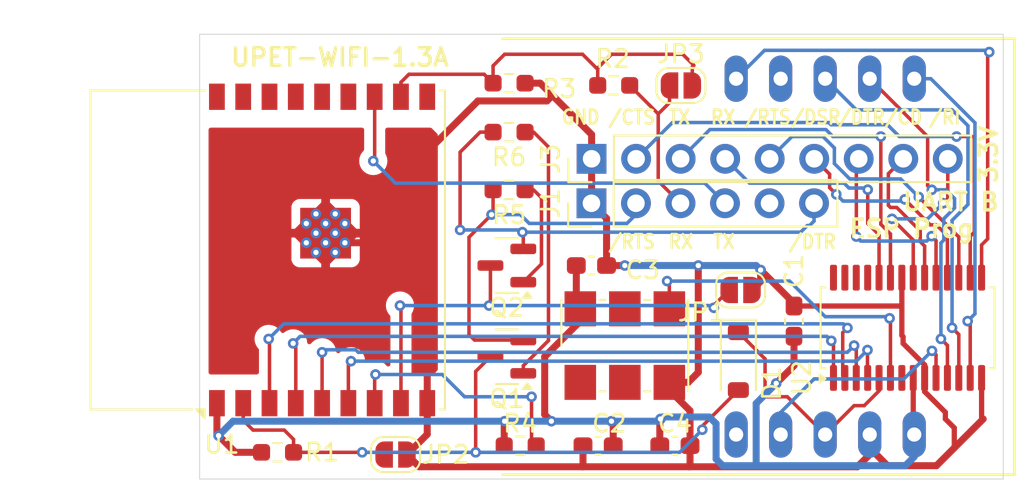
<source format=kicad_pcb>
(kicad_pcb (version 20240108) (generator "pcbnew") (generator_version "8.0")
  (layers (0 "F.Cu" signal) (31 "B.Cu" signal) (34 "B.Paste" user) (35 "F.Paste" user) (36 "B.SilkS" user "B.Silkscreen") (37 "F.SilkS" user "F.Silkscreen") (38 "B.Mask" user) (39 "F.Mask" user) (44 "Edge.Cuts" user))
  (net 0 "")
  (net 2 "Net-(U$1-SCK)")
  (net 3 "VCC")
  (net 4 "Net-(D1-A)")
  (net 5 "Net-(U$1-MISO)")
  (net 7 "Net-(U$1-INT)")
  (net 8 "GND")
  (net 9 "Net-(U$1-MOSI)")
  (net 10 "Net-(U$1-CS)")
  (net 11 "Net-(JP1-B)")
  (net 15 "Net-(D1-K)")
  (net 16 "Net-(J1-Pin_2)")
  (net 20 "/TXB")
  (net 21 "/RXB")
  (net 23 "/{slash}RTSB")
  (net 27 "/{slash}CTSB")
  (net 28 "Net-(U2-XTAL1)")
  (net 30 "Net-(J1-Pin_3)")
  (net 31 "Net-(J1-Pin_6)")
  (net 36 "/{slash}DTRB")
  (net 38 "/TXA")
  (net 39 "/RXA")
  (net 40 "/{slash}CTSA")
  (net 41 "/{slash}RTSA")
  (net 42 "/TXD")
  (net 43 "/RXD")
  (net 44 "Net-(U1-IO8)")
  (net 45 "/{slash}DSRB")
  (net 46 "/{slash}CDB")
  (net 47 "/{slash}RIB")
  (net 48 "Net-(Q1-B)")
  (net 49 "Net-(Q2-B)")
  (footprint "Resistor_SMD:R_0603_1608Metric_Pad0.98x0.95mm_HandSolder" (layer "F.Cu") (at 128.016 88.138 180)
    (property "Reference" "R6")
    (property "Value" "12k")
  )
  (footprint "Package_TO_SOT_SMD:SOT-23" (layer "F.Cu") (at 127.889 100.965 180)
    (property "Reference" "Q1")
    (property "Value" "S8050")
  )
  (footprint "UPET-Wifi:UPET_NETSPI" (layer "F.Cu") (at 135.89 95.25)
    (property "Reference" "U$1" (hide yes))
    (property "Value" "uPET NET SPI" (hide yes))
  )
  (footprint "Resistor_SMD:R_0603_1608Metric_Pad0.98x0.95mm_HandSolder" (layer "F.Cu") (at 128.651 106.045)
    (property "Reference" "R4")
    (property "Value" "10k")
  )
  (footprint "Connector_PinHeader_2.54mm:PinHeader_1x09_P2.54mm_Vertical" (layer "F.Cu") (at 132.725 89.662 90)
    (property "Reference" "J3")
    (property "Value" "Conn_01x09")
  )
  (footprint "Jumper:SolderJumper-2_P1.3mm_Open_RoundedPad1.0x1.5mm" (layer "F.Cu") (at 137.819 85.476)
    (property "Reference" "JP3")
    (property "Value" "SolderJumper_2_Open")
  )
  (footprint "Jumper:SolderJumper-2_P1.3mm_Open_RoundedPad1.0x1.5mm" (layer "F.Cu") (at 121.539 106.553 180)
    (property "Reference" "JP2")
    (property "Value" "SolderJumper_2_Open")
  )
  (footprint "Resistor_SMD:R_0603_1608Metric_Pad0.98x0.95mm_HandSolder" (layer "F.Cu") (at 114.808 106.426)
    (property "Reference" "R1")
    (property "Value" "10k")
  )
  (footprint "Package_TO_SOT_SMD:SOT-23" (layer "F.Cu") (at 127.889 95.758 180)
    (property "Reference" "Q2")
    (property "Value" "S8050")
  )
  (footprint "Capacitor_SMD:C_0603_1608Metric_Pad1.08x0.95mm_HandSolder" (layer "F.Cu") (at 144.272 98.933 90)
    (property "Reference" "C1")
    (property "Value" "0.1u")
  )
  (footprint "Connector_PinHeader_2.54mm:PinHeader_1x06_P2.54mm_Vertical" (layer "F.Cu") (at 132.715 92.202 90)
    (property "Reference" "J1")
    (property "Value" "Conn_01x06")
  )
  (footprint "Resistor_SMD:R_0603_1608Metric_Pad0.98x0.95mm_HandSolder" (layer "F.Cu") (at 128.016 91.44 180)
    (property "Reference" "R5")
    (property "Value" "12k")
  )
  (footprint "Capacitor_SMD:C_0603_1608Metric_Pad1.08x0.95mm_HandSolder" (layer "F.Cu") (at 137.4775 106.045)
    (property "Reference" "C4")
    (property "Value" "10u")
  )
  (footprint "Package_SO:TSSOP-28_4.4x9.7mm_P0.65mm" (layer "F.Cu") (at 150.749 99.314 90)
    (property "Reference" "U2")
    (property "Value" "SC16IS752IPW")
  )
  (footprint "Capacitor_SMD:C_0603_1608Metric_Pad1.08x0.95mm_HandSolder" (layer "F.Cu") (at 133.096 106.045 180)
    (property "Reference" "C2")
    (property "Value" "0.1u")
  )
  (footprint "Oscillator:Oscillator_SMD_IDT_JU6-6_7.0x5.0mm_P2.54mm" (layer "F.Cu") (at 134.62 100.33 90)
    (property "Reference" "U3" (hide yes))
    (property "Value" "1.8432 MHz" (hide yes))
  )
  (footprint "Diode_SMD:D_SOD-123" (layer "F.Cu") (at 141.097 101.219 -90)
    (property "Reference" "D1")
    (property "Value" "1N4148W")
  )
  (footprint "Jumper:SolderJumper-2_P1.3mm_Open_RoundedPad1.0x1.5mm" (layer "F.Cu") (at 141.224 97.155 180)
    (property "Reference" "JP1")
    (property "Value" "SolderJumper_2_Open" (hide yes))
  )
  (footprint "Resistor_SMD:R_0603_1608Metric_Pad0.98x0.95mm_HandSolder" (layer "F.Cu") (at 128.016 85.344)
    (property "Reference" "R3")
    (property "Value" "1k5")
  )
  (footprint "Resistor_SMD:R_0603_1608Metric_Pad0.98x0.95mm_HandSolder" (layer "F.Cu") (at 133.985 85.471)
    (property "Reference" "R2")
    (property "Value" "1k")
  )
  (footprint "Capacitor_SMD:C_0603_1608Metric_Pad1.08x0.95mm_HandSolder" (layer "F.Cu") (at 132.715 95.758)
    (property "Reference" "C3")
    (property "Value" "0.1u")
  )
  (footprint "RF_Module:ESP32-C3-WROOM-02" (layer "F.Cu") (at 117.348 94.869 90)
    (property "Reference" "U1")
    (property "Value" "ESP32-C3-WROOM-02")
  )
  (gr_line (start 156.21 107.95) (end 110.363 107.95) (stroke (width 0.05)) (layer "Edge.Cuts"))
  (gr_line (start 110.363 82.55) (end 156.21 82.55) (stroke (width 0.05)) (layer "Edge.Cuts"))
  (gr_line (start 156.21 82.55) (end 156.21 107.95) (stroke (width 0.05)) (layer "Edge.Cuts"))
  (gr_line (start 110.363 107.95) (end 110.363 82.55) (stroke (width 0.05)) (layer "Edge.Cuts"))
  (gr_text "/RTS" (at 133.604 94.869 0) (layer "F.SilkS") (effects (font (size 0.8 0.7) (thickness 0.15) (bold yes)) (justify left bottom)))
  (gr_text "RX" (at 137.033 94.869 0) (layer "F.SilkS") (effects (font (size 0.8 0.7) (thickness 0.15) (bold yes)) (justify left bottom)))
  (gr_text "UPET-WIFI-1.3A" (at 118.364 84.455 0) (layer "F.SilkS") (effects (font (size 1 1) (thickness 0.2) (bold yes)) (justify bottom)))
  (gr_text "ESP Prog" (at 147.32 94.234 0) (layer "F.SilkS") (effects (font (size 1 1) (thickness 0.2) (bold yes)) (justify left bottom)))
  (gr_text "/DTR" (at 146.685 87.757 0) (layer "F.SilkS") (effects (font (size 0.8 0.7) (thickness 0.15) (bold yes)) (justify left bottom)))
  (gr_text "/CTS" (at 133.604 87.757 0) (layer "F.SilkS") (effects (font (size 0.8 0.7) (thickness 0.15) (bold yes)) (justify left bottom)))
  (gr_text "TX" (at 137.033 87.757 0) (layer "F.SilkS") (effects (font (size 0.8 0.7) (thickness 0.15) (bold yes)) (justify left bottom)))
  (gr_text "/CD" (at 149.352 87.757 0) (layer "F.SilkS") (effects (font (size 0.8 0.7) (thickness 0.15) (bold yes)) (justify left bottom)))
  (gr_text "RX" (at 139.446 87.757 0) (layer "F.SilkS") (effects (font (size 0.8 0.7) (thickness 0.15) (bold yes)) (justify left bottom)))
  (gr_text "TX" (at 139.573 94.869 0) (layer "F.SilkS") (effects (font (size 0.8 0.7) (thickness 0.15) (bold yes)) (justify left bottom)))
  (gr_text "3.3V" (at 155.956 89.408 90) (layer "F.SilkS") (effects (font (size 1 1) (thickness 0.2) (bold yes)) (justify bottom)))
  (gr_text "/RI" (at 151.892 87.757 0) (layer "F.SilkS") (effects (font (size 0.8 0.7) (thickness 0.15) (bold yes)) (justify left bottom)))
  (gr_text "/DSR" (at 144.018 87.757 0) (layer "F.SilkS") (effects (font (size 0.8 0.7) (thickness 0.15) (bold yes)) (justify left bottom)))
  (gr_text "UART B" (at 150.368 92.71 0) (layer "F.SilkS") (effects (font (size 1 1) (thickness 0.2) (bold yes)) (justify left bottom)))
  (gr_text "/RTS" (at 141.351 87.757 0) (layer "F.SilkS") (effects (font (size 0.8 0.7) (thickness 0.15) (bold yes)) (justify left bottom)))
  (gr_text "GND\n" (at 130.937 87.757 0) (layer "F.SilkS") (effects (font (size 0.8 0.7) (thickness 0.15) (bold yes)) (justify left bottom)))
  (gr_text "/DTR" (at 143.891 94.869 0) (layer "F.SilkS") (effects (font (size 0.8 0.7) (thickness 0.15) (bold yes)) (justify left bottom)))
  (segment (start 154.324 102.1765) (end 154.324 99.079) (width 0.2) (layer "F.Cu") (net 2))
  (segment (start 154.324 99.079) (end 154.178 98.933) (width 0.2) (layer "F.Cu") (net 2))
  (via (at 154.178 98.933) (size 0.6) (drill 0.3) (layers "F.Cu" "B.Cu") (net 2))
  (segment (start 154.595 98.516) (end 154.595 87.608314) (width 0.2) (layer "B.Cu") (net 2))
  (segment (start 152.076686 85.09) (end 151.13 85.09) (width 0.2) (layer "B.Cu") (net 2))
  (segment (start 154.595 87.608314) (end 152.076686 85.09) (width 0.2) (layer "B.Cu") (net 2))
  (segment (start 154.178 98.933) (end 154.595 98.516) (width 0.2) (layer "B.Cu") (net 2))
  (segment (start 132.08 98.23) (end 132.08 98.933) (width 0.4) (layer "F.Cu") (net 3))
  (segment (start 136.615 106.045) (end 136.615 104.558) (width 0.4) (layer "F.Cu") (net 3))
  (segment (start 151.074 102.1765) (end 151.074 105.354) (width 0.3) (layer "F.Cu") (net 3))
  (segment (start 136.615 104.558) (end 136.652 104.521) (width 0.4) (layer "F.Cu") (net 3))
  (segment (start 131.8525 95.758) (end 131.8525 98.0025) (width 0.4) (layer "F.Cu") (net 3))
  (segment (start 133.9585 106.045) (end 133.9585 104.7485) (width 0.4) (layer "F.Cu") (net 3))
  (segment (start 133.9585 104.7485) (end 133.858 104.648) (width 0.4) (layer "F.Cu") (net 3))
  (segment (start 131.8525 98.0025) (end 132.08 98.23) (width 0.4) (layer "F.Cu") (net 3))
  (segment (start 144.272 101.473) (end 143.256 102.489) (width 0.4) (layer "F.Cu") (net 3))
  (segment (start 132.08 98.933) (end 130.048 100.965) (width 0.4) (layer "F.Cu") (net 3))
  (segment (start 127.7385 104.6715) (end 127.762 104.648) (width 0.4) (layer "F.Cu") (net 3))
  (segment (start 133.858 105.9445) (end 133.9585 106.045) (width 0.2) (layer "F.Cu") (net 3))
  (segment (start 151.074 105.354) (end 151.13 105.41) (width 0.3) (layer "F.Cu") (net 3))
  (segment (start 111.348 103.619) (end 111.348 105.379) (width 0.4) (layer "F.Cu") (net 3))
  (segment (start 127.7385 106.045) (end 127.7385 104.6715) (width 0.4) (layer "F.Cu") (net 3))
  (segment (start 130.048 100.965) (end 130.048 104.267) (width 0.4) (layer "F.Cu") (net 3))
  (segment (start 113.8955 106.426) (end 112.395 106.426) (width 0.4) (layer "F.Cu") (net 3))
  (segment (start 144.272 99.7955) (end 144.272 101.473) (width 0.4) (layer "F.Cu") (net 3))
  (segment (start 112.395 106.426) (end 111.4425 105.4735) (width 0.4) (layer "F.Cu") (net 3))
  (segment (start 130.048 104.267) (end 130.429 104.648) (width 0.4) (layer "F.Cu") (net 3))
  (segment (start 111.348 105.379) (end 111.4425 105.4735) (width 0.4) (layer "F.Cu") (net 3))
  (via (at 111.4425 105.4735) (size 0.6) (drill 0.3) (layers "F.Cu" "B.Cu") (net 3))
  (via (at 136.652 104.521) (size 0.6) (drill 0.3) (layers "F.Cu" "B.Cu") (net 3))
  (via (at 127.762 104.648) (size 0.6) (drill 0.3) (layers "F.Cu" "B.Cu") (net 3))
  (via (at 143.256 102.489) (size 0.6) (drill 0.3) (layers "F.Cu" "B.Cu") (net 3))
  (via (at 130.429 104.648) (size 0.6) (drill 0.3) (layers "F.Cu" "B.Cu") (net 3))
  (via (at 133.858 104.648) (size 0.6) (drill 0.3) (layers "F.Cu" "B.Cu") (net 3))
  (segment (start 139.442909 104.406) (end 139.827 104.790091) (width 0.4) (layer "B.Cu") (net 3))
  (segment (start 150.622 107.188) (end 151.13 106.68) (width 0.4) (layer "B.Cu") (net 3))
  (segment (start 143.256 102.489) (end 142.113 103.632) (width 0.4) (layer "B.Cu") (net 3))
  (segment (start 139.827 104.790091) (end 139.827 106.807) (width 0.4) (layer "B.Cu") (net 3))
  (segment (start 130.429 104.648) (end 133.858 104.648) (width 0.4) (layer "B.Cu") (net 3))
  (segment (start 142.113 107.188) (end 150.622 107.188) (width 0.4) (layer "B.Cu") (net 3))
  (segment (start 136.652 104.521) (end 136.767 104.406) (width 0.4) (layer "B.Cu") (net 3))
  (segment (start 140.208 107.188) (end 142.113 107.188) (width 0.4) (layer "B.Cu") (net 3))
  (segment (start 139.827 106.807) (end 140.208 107.188) (width 0.4) (layer "B.Cu") (net 3))
  (segment (start 151.13 106.68) (end 151.13 105.41) (width 0.4) (layer "B.Cu") (net 3))
  (segment (start 136.525 104.648) (end 136.652 104.521) (width 0.4) (layer "B.Cu") (net 3))
  (segment (start 142.113 103.632) (end 142.113 107.188) (width 0.4) (layer "B.Cu") (net 3))
  (segment (start 112.268 104.648) (end 127.762 104.648) (width 0.4) (layer "B.Cu") (net 3))
  (segment (start 136.767 104.406) (end 139.442909 104.406) (width 0.4) (layer "B.Cu") (net 3))
  (segment (start 133.858 104.648) (end 136.525 104.648) (width 0.4) (layer "B.Cu") (net 3))
  (segment (start 127.762 104.648) (end 130.429 104.648) (width 0.4) (layer "B.Cu") (net 3))
  (segment (start 111.4425 105.4735) (end 112.268 104.648) (width 0.4) (layer "B.Cu") (net 3))
  (segment (start 126.111 101.8055) (end 126.111 106.426) (width 0.2) (layer "F.Cu") (net 4))
  (segment (start 113.411 105.156) (end 112.848 104.593) (width 0.2) (layer "F.Cu") (net 4))
  (segment (start 115.189 105.156) (end 113.411 105.156) (width 0.2) (layer "F.Cu") (net 4))
  (segment (start 115.7205 106.426) (end 115.7205 105.6875) (width 0.2) (layer "F.Cu") (net 4))
  (segment (start 126.9515 100.965) (end 126.111 101.8055) (width 0.2) (layer "F.Cu") (net 4))
  (segment (start 120.762 106.426) (end 120.889 106.553) (width 0.2) (layer "F.Cu") (net 4))
  (segment (start 115.7205 106.426) (end 120.762 106.426) (width 0.2) (layer "F.Cu") (net 4))
  (segment (start 115.7205 105.6875) (end 115.189 105.156) (width 0.2) (layer "F.Cu") (net 4))
  (segment (start 139.04 104.926) (end 141.097 102.869) (width 0.2) (layer "F.Cu") (net 4))
  (segment (start 139.04 105.133217) (end 139.04 104.926) (width 0.2) (layer "F.Cu") (net 4))
  (segment (start 112.848 104.593) (end 112.848 103.619) (width 0.2) (layer "F.Cu") (net 4))
  (via (at 119.634 106.426) (size 0.6) (drill 0.3) (layers "F.Cu" "B.Cu") (net 4))
  (via (at 126.111 106.426) (size 0.6) (drill 0.3) (layers "F.Cu" "B.Cu") (net 4))
  (via (at 139.04 105.133217) (size 0.6) (drill 0.3) (layers "F.Cu" "B.Cu") (net 4))
  (segment (start 126.111 106.426) (end 119.634 106.426) (width 0.2) (layer "B.Cu") (net 4))
  (segment (start 137.747217 106.426) (end 126.111 106.426) (width 0.2) (layer "B.Cu") (net 4))
  (segment (start 139.04 105.133217) (end 137.747217 106.426) (width 0.2) (layer "B.Cu") (net 4))
  (segment (start 153.674 102.1765) (end 153.674 99.699) (width 0.2) (layer "F.Cu") (net 5))
  (segment (start 153.674 99.699) (end 153.289 99.314) (width 0.2) (layer "F.Cu") (net 5))
  (via (at 153.289 99.314) (size 0.6) (drill 0.3) (layers "F.Cu" "B.Cu") (net 5))
  (segment (start 153.289 86.868) (end 147.828 86.868) (width 0.2) (layer "B.Cu") (net 5))
  (segment (start 154.195 87.774) (end 153.289 86.868) (width 0.2) (layer "B.Cu") (net 5))
  (segment (start 147.828 86.868) (end 146.05 85.09) (width 0.2) (layer "B.Cu") (net 5))
  (segment (start 153.289 99.314) (end 153.289 93.178924) (width 0.2) (layer "B.Cu") (net 5))
  (segment (start 153.289 93.178924) (end 154.195 92.272924) (width 0.2) (layer "B.Cu") (net 5))
  (segment (start 154.195 92.272924) (end 154.195 87.774) (width 0.2) (layer "B.Cu") (net 5))
  (segment (start 154.974 96.4515) (end 154.974 94.581) (width 0.2) (layer "F.Cu") (net 7))
  (segment (start 155.321 94.234) (end 155.321 83.655) (width 0.2) (layer "F.Cu") (net 7))
  (segment (start 154.974 94.581) (end 155.321 94.234) (width 0.2) (layer "F.Cu") (net 7))
  (segment (start 155.321 83.655) (end 155.41 83.566) (width 0.2) (layer "F.Cu") (net 7))
  (via (at 155.41 83.566) (size 0.6) (drill 0.3) (layers "F.Cu" "B.Cu") (net 7))
  (segment (start 155.3132 83.4692) (end 142.5908 83.4692) (width 0.2) (layer "B.Cu") (net 7))
  (segment (start 155.41 83.566) (end 155.3132 83.4692) (width 0.2) (layer "B.Cu") (net 7))
  (segment (start 142.5908 83.4692) (end 140.97 85.09) (width 0.2) (layer "B.Cu") (net 7))
  (segment (start 150.3235 98.0705) (end 150.424 98.171) (width 0.3) (layer "F.Cu") (net 8))
  (segment (start 128.9285 85.344) (end 129.794 85.344) (width 0.4) (layer "F.Cu") (net 8))
  (segment (start 122.886 107.25) (end 132.207 107.25) (width 0.4) (layer "F.Cu") (net 8))
  (segment (start 142.367 96.012) (end 142.367 96.662) (width 0.4) (layer "F.Cu") (net 8))
  (segment (start 150.495 99.822) (end 150.424 99.751) (width 0.3) (layer "F.Cu") (net 8))
  (segment (start 150.495 100.203) (end 150.495 99.822) (width 0.3) (layer "F.Cu") (net 8))
  (segment (start 133.5775 95.758) (end 133.5775 93.0645) (width 0.4) (layer "F.Cu") (net 8))
  (segment (start 123.317 89.281) (end 126.238 86.36) (width 0.4) (layer "F.Cu") (net 8))
  (segment (start 132.725 89.662) (end 132.725 92.192) (width 0.4) (layer "F.Cu") (net 8))
  (segment (start 154.974 102.1765) (end 154.974 104.428) (width 0.3) (layer "F.Cu") (net 8))
  (segment (start 137.16 102.43) (end 137.16 103.251) (width 0.2) (layer "F.Cu") (net 8))
  (segment (start 123.348 103.619) (end 123.348 94.392) (width 0.4) (layer "F.Cu") (net 8))
  (segment (start 132.207 107.25) (end 138.303 107.25) (width 0.4) (layer "F.Cu") (net 8))
  (segment (start 133.5775 95.758) (end 134.62 95.758) (width 0.4) (layer "F.Cu") (net 8))
  (segment (start 144.272 97.917) (end 142.367 96.012) (width 0.4) (layer "F.Cu") (net 8))
  (segment (start 137.16 102.43) (end 137.16 102.87) (width 0.4) (layer "F.Cu") (net 8))
  (segment (start 138.235 102.43) (end 138.811 101.854) (width 0.4) (layer "F.Cu") (net 8))
  (segment (start 123.317 94.361) (end 123.317 89.281) (width 0.4) (layer "F.Cu") (net 8))
  (segment (start 138.34 106.045) (end 138.34 106.336) (width 0.2) (layer "F.Cu") (net 8))
  (segment (start 149.606 107.188) (end 152.4 107.188) (width 0.4) (layer "F.Cu") (net 8))
  (segment (start 144.272 98.0705) (end 144.272 97.917) (width 0.4) (layer "F.Cu") (net 8))
  (segment (start 132.725 88.275) (end 132.725 89.662) (width 0.4) (layer "F.Cu") (net 8))
  (segment (start 150.424 98.171) (end 150.424 96.4515) (width 0.3) (layer "F.Cu") (net 8))
  (segment (start 133.5775 93.0645) (end 132.715 92.202) (width 0.4) (layer "F.Cu") (net 8))
  (segment (start 138.34 106.045) (end 138.34 107.213) (width 0.4) (layer "F.Cu") (net 8))
  (segment (start 123.348 94.392) (end 123.317 94.361) (width 0.4) (layer "F.Cu") (net 8))
  (segment (start 123.348 105.394) (end 123.348 103.619) (width 0.4) (layer "F.Cu") (net 8))
  (segment (start 147.89 107.25) (end 148.59 106.55) (width 0.4) (layer "F.Cu") (net 8))
  (segment (start 148.59 105.41) (end 148.59 106.172) (width 0.4) (layer "F.Cu") (net 8))
  (segment (start 151.724 101.432) (end 150.495 100.203) (width 0.3) (layer "F.Cu") (net 8))
  (segment (start 153.416 105.029) (end 153.416 106.172) (width 0.3) (layer "F.Cu") (net 8))
  (segment (start 122.189 106.553) (end 122.886 107.25) (width 0.4) (layer "F.Cu") (net 8))
  (segment (start 151.724 102.956) (end 152.908 104.14) (width 0.3) (layer "F.Cu") (net 8))
  (segment (start 138.303 107.25) (end 147.89 107.25) (width 0.4) (layer "F.Cu") (net 8))
  (segment (start 138.34 107.213) (end 138.303 107.25) (width 0.4) (layer "F.Cu") (net 8))
  (segment (start 123.317 94.361) (end 123.219 94.459) (width 0.4) (layer "F.Cu") (net 8))
  (segment (start 132.2335 106.045) (end 132.2335 107.2235) (width 0.4) (layer "F.Cu") (net 8))
  (segment (start 150.424 99.751) (end 150.424 98.171) (width 0.3) (layer "F.Cu") (net 8))
  (segment (start 123.219 94.459) (end 117.548 94.459) (width 0.4) (layer "F.Cu") (net 8))
  (segment (start 144.272 98.0705) (end 150.3235 98.0705) (width 0.3) (layer "F.Cu") (net 8))
  (segment (start 152.4 107.188) (end 153.416 106.172) (width 0.4) (layer "F.Cu") (net 8))
  (segment (start 152.908 104.14) (end 152.908 104.521) (width 0.3) (layer "F.Cu") (net 8))
  (segment (start 138.34 106.516) (end 138.34 106.045) (width 0.2) (layer "F.Cu") (net 8))
  (segment (start 137.16 102.43) (end 138.235 102.43) (width 0.4) (layer "F.Cu") (net 8))
  (segment (start 129.794 85.344) (end 130.4925 86.0425) (width 0.4) (layer "F.Cu") (net 8))
  (segment (start 130.175 86.36) (end 130.4925 86.0425) (width 0.4) (layer "F.Cu") (net 8))
  (segment (start 126.238 86.36) (end 130.175 86.36) (width 0.4) (layer "F.Cu") (net 8))
  (segment (start 130.4925 86.0425) (end 132.725 88.275) (width 0.4) (layer "F.Cu") (net 8))
  (segment (start 151.724 102.1765) (end 151.724 102.956) (width 0.3) (layer "F.Cu") (net 8))
  (segment (start 152.908 104.521) (end 153.416 105.029) (width 0.3) (layer "F.Cu") (net 8))
  (segment (start 137.16 102.87) (end 138.34 104.05) (width 0.4) (layer "F.Cu") (net 8))
  (segment (start 154.974 104.428) (end 155.067 104.521) (width 0.3) (layer "F.Cu") (net 8))
  (segment (start 138.34 104.05) (end 138.34 106.045) (width 0.4) (layer "F.Cu") (net 8))
  (segment (start 148.59 106.172) (end 149.606 107.188) (width 0.4) (layer "F.Cu") (net 8))
  (segment (start 132.2335 107.2235) (end 132.207 107.25) (width 0.4) (layer "F.Cu") (net 8))
  (segment (start 151.724 102.1765) (end 151.724 101.432) (width 0.3) (layer "F.Cu") (net 8))
  (segment (start 138.811 101.854) (end 138.811 95.758) (width 0.4) (layer "F.Cu") (net 8))
  (segment (start 148.59 106.55) (end 148.59 105.41) (width 0.4) (layer "F.Cu") (net 8))
  (segment (start 142.367 96.662) (end 141.874 97.155) (width 0.4) (layer "F.Cu") (net 8))
  (segment (start 153.416 106.172) (end 155.067 104.521) (width 0.4) (layer "F.Cu") (net 8))
  (segment (start 122.189 106.553) (end 123.348 105.394) (width 0.4) (layer "F.Cu") (net 8))
  (via (at 138.811 95.758) (size 0.6) (drill 0.3) (layers "F.Cu" "B.Cu") (net 8))
  (via (at 134.62 95.758) (size 0.6) (drill 0.3) (layers "F.Cu" "B.Cu") (net 8))
  (via (at 142.367 96.012) (size 0.6) (drill 0.3) (layers "F.Cu" "B.Cu") (net 8))
  (segment (start 134.62 95.758) (end 138.811 95.758) (width 0.4) (layer "B.Cu") (net 8))
  (segment (start 138.811 95.758) (end 142.113 95.758) (width 0.4) (layer "B.Cu") (net 8))
  (segment (start 132.725 92.192) (end 132.715 92.202) (width 0.4) (layer "B.Cu") (net 8))
  (segment (start 142.113 95.758) (end 142.367 96.012) (width 0.4) (layer "B.Cu") (net 8))
  (segment (start 151.895 91.196419) (end 152.131 91.432419) (width 0.2) (layer "F.Cu") (net 9))
  (segment (start 148.59 85.09) (end 151.895 88.395) (width 0.2) (layer "F.Cu") (net 9))
  (segment (start 153.024 100.319) (end 152.654 99.949) (width 0.2) (layer "F.Cu") (net 9))
  (segment (start 151.895 88.395) (end 151.895 91.196419) (width 0.2) (layer "F.Cu") (net 9))
  (segment (start 153.024 102.1765) (end 153.024 100.319) (width 0.2) (layer "F.Cu") (net 9))
  (via (at 152.131 91.432419) (size 0.6) (drill 0.3) (layers "F.Cu" "B.Cu") (net 9))
  (via (at 152.654 99.949) (size 0.6) (drill 0.3) (layers "F.Cu" "B.Cu") (net 9))
  (segment (start 153.431 92.471239) (end 153.431 91.932761) (width 0.2) (layer "B.Cu") (net 9))
  (segment (start 152.819685 93.082554) (end 153.431 92.471239) (width 0.2) (layer "B.Cu") (net 9))
  (segment (start 153.431 91.932761) (end 152.930658 91.432419) (width 0.2) (layer "B.Cu") (net 9))
  (segment (start 152.819685 94.304089) (end 152.819685 93.082554) (width 0.2) (layer "B.Cu") (net 9))
  (segment (start 152.930658 91.432419) (end 152.131 91.432419) (width 0.2) (layer "B.Cu") (net 9))
  (segment (start 152.654 94.469774) (end 152.819685 94.304089) (width 0.2) (layer "B.Cu") (net 9))
  (segment (start 152.654 99.949) (end 152.654 94.469774) (width 0.2) (layer "B.Cu") (net 9))
  (segment (start 152.374 100.859004) (end 152.143998 100.629002) (width 0.2) (layer "F.Cu") (net 10))
  (segment (start 152.374 102.1765) (end 152.374 100.859004) (width 0.2) (layer "F.Cu") (net 10))
  (via (at 152.143998 100.629002) (size 0.6) (drill 0.3) (layers "F.Cu" "B.Cu") (net 10))
  (segment (start 145.417307 102.235) (end 150.538 102.235) (width 0.2) (layer "B.Cu") (net 10))
  (segment (start 143.51 105.41) (end 143.51 104.142307) (width 0.2) (layer "B.Cu") (net 10))
  (segment (start 143.51 104.142307) (end 145.417307 102.235) (width 0.2) (layer "B.Cu") (net 10))
  (segment (start 150.538 102.235) (end 152.143998 100.629002) (width 0.2) (layer "B.Cu") (net 10))
  (segment (start 126.9515 97.9655) (end 126.873 98.044) (width 0.2) (layer "F.Cu") (net 11))
  (segment (start 121.848 98.099) (end 121.793 98.044) (width 0.2) (layer "F.Cu") (net 11))
  (segment (start 121.848 103.619) (end 121.848 98.099) (width 0.2) (layer "F.Cu") (net 11))
  (segment (start 139.7 98.171) (end 139.7 98.029) (width 0.2) (layer "F.Cu") (net 11))
  (segment (start 126.9515 95.758) (end 126.9515 97.9655) (width 0.2) (layer "F.Cu") (net 11))
  (segment (start 139.7 98.029) (end 140.574 97.155) (width 0.2) (layer "F.Cu") (net 11))
  (via (at 126.873 98.044) (size 0.6) (drill 0.3) (layers "F.Cu" "B.Cu") (net 11))
  (via (at 121.793 98.044) (size 0.6) (drill 0.3) (layers "F.Cu" "B.Cu") (net 11))
  (via (at 139.7 98.171) (size 0.6) (drill 0.3) (layers "F.Cu" "B.Cu") (net 11))
  (segment (start 126.873 98.044) (end 139.573 98.044) (width 0.2) (layer "B.Cu") (net 11))
  (segment (start 139.573 98.044) (end 139.7 98.171) (width 0.2) (layer "B.Cu") (net 11))
  (segment (start 121.793 98.044) (end 126.873 98.044) (width 0.2) (layer "B.Cu") (net 11))
  (segment (start 141.097 99.569) (end 142.621 101.093) (width 0.2) (layer "F.Cu") (net 15))
  (segment (start 143.891 103.251) (end 146.05 105.41) (width 0.2) (layer "F.Cu") (net 15))
  (segment (start 149.124 102.913999) (end 148.278999 103.759) (width 0.2) (layer "F.Cu") (net 15))
  (segment (start 148.278999 103.759) (end 147.701 103.759) (width 0.2) (layer "F.Cu") (net 15))
  (segment (start 149.124 102.1765) (end 149.124 102.913999) (width 0.2) (layer "F.Cu") (net 15))
  (segment (start 142.621 103.124) (end 142.748 103.251) (width 0.2) (layer "F.Cu") (net 15))
  (segment (start 147.701 103.759) (end 146.05 105.41) (width 0.2) (layer "F.Cu") (net 15))
  (segment (start 142.621 101.093) (end 142.621 103.124) (width 0.2) (layer "F.Cu") (net 15))
  (segment (start 142.748 103.251) (end 143.891 103.251) (width 0.2) (layer "F.Cu") (net 15))
  (segment (start 127.1035 92.763739) (end 125.73 94.137239) (width 0.2) (layer "F.Cu") (net 16))
  (segment (start 125.73 99.7) (end 126.045 100.015) (width 0.2) (layer "F.Cu") (net 16))
  (segment (start 126.045 100.015) (end 128.8265 100.015) (width 0.2) (layer "F.Cu") (net 16))
  (segment (start 125.73 94.137239) (end 125.73 99.7) (width 0.2) (layer "F.Cu") (net 16))
  (segment (start 127.1035 91.44) (end 127.1035 92.763739) (width 0.2) (layer "F.Cu") (net 16))
  (via (at 127.01512 92.85212) (size 0.6) (drill 0.3) (layers "F.Cu" "B.Cu") (net 16))
  (segment (start 135.255 92.202) (end 135.255 92.837) (width 0.2) (layer "B.Cu") (net 16))
  (segment (start 134.74 93.352) (end 129.166 93.352) (width 0.2) (layer "B.Cu") (net 16))
  (segment (start 135.255 92.837) (end 134.74 93.352) (width 0.2) (layer "B.Cu") (net 16))
  (segment (start 128.66612 92.85212) (end 127.01512 92.85212) (width 0.2) (layer "B.Cu") (net 16))
  (segment (start 129.166 93.352) (end 128.66612 92.85212) (width 0.2) (layer "B.Cu") (net 16))
  (segment (start 149.225 88.392) (end 149.225 93.402686) (width 0.2) (layer "F.Cu") (net 20))
  (segment (start 149.774 93.951686) (end 149.774 96.4515) (width 0.2) (layer "F.Cu") (net 20))
  (segment (start 149.225 93.402686) (end 149.774 93.951686) (width 0.2) (layer "F.Cu") (net 20))
  (via (at 149.225 88.392) (size 0.6) (drill 0.3) (layers "F.Cu" "B.Cu") (net 20))
  (segment (start 137.805 89.662) (end 139.475 87.992) (width 0.2) (layer "B.Cu") (net 20))
  (segment (start 146.488686 88.392) (end 149.225 88.392) (width 0.2) (layer "B.Cu") (net 20))
  (segment (start 146.088686 87.992) (end 146.488686 88.392) (width 0.2) (layer "B.Cu") (net 20))
  (segment (start 139.475 87.992) (end 146.088686 87.992) (width 0.2) (layer "B.Cu") (net 20))
  (segment (start 148.478 93.36) (end 148.478 91.425) (width 0.2) (layer "F.Cu") (net 21))
  (segment (start 149.124 94.006) (end 148.478 93.36) (width 0.2) (layer "F.Cu") (net 21))
  (segment (start 149.124 96.4515) (end 149.124 94.006) (width 0.2) (layer "F.Cu") (net 21))
  (via (at 148.478 91.425) (size 0.6) (drill 0.3) (layers "F.Cu" "B.Cu") (net 21))
  (segment (start 147.128315 91.052) (end 147.408315 91.332) (width 0.2) (layer "B.Cu") (net 21))
  (segment (start 140.345 89.662) (end 141.735 91.052) (width 0.2) (layer "B.Cu") (net 21))
  (segment (start 141.735 91.052) (end 147.128315 91.052) (width 0.2) (layer "B.Cu") (net 21))
  (segment (start 148.385 91.332) (end 148.478 91.425) (width 0.2) (layer "B.Cu") (net 21))
  (segment (start 147.408315 91.332) (end 148.385 91.332) (width 0.2) (layer "B.Cu") (net 21))
  (segment (start 153.674 94.12933) (end 151.38786 91.84319) (width 0.2) (layer "F.Cu") (net 23))
  (segment (start 153.674 96.4515) (end 153.674 94.12933) (width 0.2) (layer "F.Cu") (net 23))
  (via (at 151.38786 91.84319) (size 0.6) (drill 0.3) (layers "F.Cu" "B.Cu") (net 23))
  (segment (start 144.155 88.392) (end 145.923 88.392) (width 0.2) (layer "B.Cu") (net 23))
  (segment (start 146.575 89.044) (end 146.575 89.933) (width 0.2) (layer "B.Cu") (net 23))
  (segment (start 146.575 89.933) (end 147.454 90.812) (width 0.2) (layer "B.Cu") (net 23))
  (segment (start 147.454 90.812) (end 150.35667 90.812) (width 0.2) (layer "B.Cu") (net 23))
  (segment (start 150.35667 90.812) (end 151.38786 91.84319) (width 0.2) (layer "B.Cu") (net 23))
  (segment (start 145.923 88.392) (end 146.575 89.044) (width 0.2) (layer "B.Cu") (net 23))
  (segment (start 142.885 89.662) (end 144.155 88.392) (width 0.2) (layer "B.Cu") (net 23))
  (segment (start 154.324 94.088) (end 154.559 93.853) (width 0.2) (layer "F.Cu") (net 27))
  (segment (start 154.324 96.4515) (end 154.324 94.088) (width 0.2) (layer "F.Cu") (net 27))
  (segment (start 154.559 88.392) (end 153.543 88.392) (width 0.2) (layer "F.Cu") (net 27))
  (segment (start 154.559 93.853) (end 154.559 88.392) (width 0.2) (layer "F.Cu") (net 27))
  (via (at 153.543 88.392) (size 0.6) (drill 0.3) (layers "F.Cu" "B.Cu") (net 27))
  (segment (start 146.254372 87.592) (end 146.381371 87.719) (width 0.2) (layer "B.Cu") (net 27))
  (segment (start 137.335 87.592) (end 146.254372 87.592) (width 0.2) (layer "B.Cu") (net 27))
  (segment (start 146.381371 87.719) (end 149.60899 87.719) (width 0.2) (layer "B.Cu") (net 27))
  (segment (start 149.60899 87.719) (end 150.28199 88.392) (width 0.2) (layer "B.Cu") (net 27))
  (segment (start 150.28199 88.392) (end 153.543 88.392) (width 0.2) (layer "B.Cu") (net 27))
  (segment (start 135.265 89.662) (end 137.335 87.592) (width 0.2) (layer "B.Cu") (net 27))
  (segment (start 149.774 98.8205) (end 149.724 98.7705) (width 0.2) (layer "F.Cu") (net 28))
  (segment (start 137.16 98.23) (end 137.16 96.774) (width 0.2) (layer "F.Cu") (net 28))
  (segment (start 149.774 102.1765) (end 149.774 98.8205) (width 0.2) (layer "F.Cu") (net 28))
  (segment (start 137.16 96.774) (end 137.033 96.647) (width 0.2) (layer "F.Cu") (net 28))
  (via (at 137.033 96.647) (size 0.6) (drill 0.3) (layers "F.Cu" "B.Cu") (net 28))
  (via (at 149.724 98.7705) (size 0.6) (drill 0.3) (layers "F.Cu" "B.Cu") (net 28))
  (segment (start 137.033 96.647) (end 144.018 96.647) (width 0.2) (layer "B.Cu") (net 28))
  (segment (start 144.018 96.647) (end 146.05 98.679) (width 0.2) (layer "B.Cu") (net 28))
  (segment (start 146.05 98.679) (end 149.6325 98.679) (width 0.2) (layer "B.Cu") (net 28))
  (segment (start 149.6325 98.679) (end 149.724 98.7705) (width 0.2) (layer "B.Cu") (net 28))
  (segment (start 136.525 87.0985) (end 134.8975 85.471) (width 0.2) (layer "F.Cu") (net 30))
  (segment (start 137.795 92.202) (end 136.525 90.932) (width 0.2) (layer "F.Cu") (net 30))
  (segment (start 136.525 90.932) (end 136.525 87.0985) (width 0.2) (layer "F.Cu") (net 30))
  (segment (start 137.169 86.4545) (end 136.525 87.0985) (width 0.2) (layer "F.Cu") (net 30))
  (segment (start 137.169 85.476) (end 137.169 86.4545) (width 0.2) (layer "F.Cu") (net 30))
  (segment (start 126.111 88.392) (end 125.222 89.281) (width 0.2) (layer "F.Cu") (net 31))
  (segment (start 126.365 88.138) (end 126.111 88.392) (width 0.2) (layer "F.Cu") (net 31))
  (segment (start 127.1035 88.138) (end 126.365 88.138) (width 0.2) (layer "F.Cu") (net 31))
  (segment (start 125.222 89.281) (end 125.222 93.726) (width 0.2) (layer "F.Cu") (net 31))
  (segment (start 128.8265 93.9015) (end 128.778 93.853) (width 0.2) (layer "F.Cu") (net 31))
  (segment (start 128.8265 94.808) (end 128.8265 93.9015) (width 0.2) (layer "F.Cu") (net 31))
  (via (at 128.778 93.853) (size 0.6) (drill 0.3) (layers "F.Cu" "B.Cu") (net 31))
  (via (at 125.222 93.726) (size 0.6) (drill 0.3) (layers "F.Cu" "B.Cu") (net 31))
  (segment (start 145.034 93.472) (end 145.161 93.472) (width 0.2) (layer "B.Cu") (net 31))
  (segment (start 145.161 93.472) (end 145.415 93.218) (width 0.2) (layer "B.Cu") (net 31))
  (segment (start 144.653 93.853) (end 145.034 93.472) (width 0.2) (layer "B.Cu") (net 31))
  (segment (start 145.415 93.218) (end 145.415 92.202) (width 0.2) (layer "B.Cu") (net 31))
  (segment (start 125.222 93.726) (end 128.651 93.726) (width 0.2) (layer "B.Cu") (net 31))
  (segment (start 128.778 93.853) (end 144.653 93.853) (width 0.2) (layer "B.Cu") (net 31))
  (segment (start 128.651 93.726) (end 128.778 93.853) (width 0.2) (layer "B.Cu") (net 31))
  (segment (start 147.828 89.799) (end 147.965 89.662) (width 0.2) (layer "F.Cu") (net 36))
  (segment (start 152.374 94.335425) (end 152.121555 94.08298) (width 0.2) (layer "F.Cu") (net 36))
  (segment (start 147.828 94.107) (end 147.828 89.799) (width 0.2) (layer "F.Cu") (net 36))
  (segment (start 152.374 96.4515) (end 152.374 94.335425) (width 0.2) (layer "F.Cu") (net 36))
  (via (at 147.828 94.107) (size 0.6) (drill 0.3) (layers "F.Cu" "B.Cu") (net 36))
  (via (at 152.121555 94.08298) (size 0.6) (drill 0.3) (layers "F.Cu" "B.Cu") (net 36))
  (segment (start 148.082 94.361) (end 151.843535 94.361) (width 0.2) (layer "B.Cu") (net 36))
  (segment (start 147.828 94.107) (end 148.082 94.361) (width 0.2) (layer "B.Cu") (net 36))
  (segment (start 151.843535 94.361) (end 152.121555 94.08298) (width 0.2) (layer "B.Cu") (net 36))
  (segment (start 117.348 103.619) (end 117.348 100.711) (width 0.2) (layer "F.Cu") (net 38))
  (segment (start 147.824 102.1765) (end 147.824 100.453) (width 0.2) (layer "F.Cu") (net 38))
  (segment (start 147.824 100.453) (end 147.701 100.33) (width 0.2) (layer "F.Cu") (net 38))
  (via (at 147.701 100.33) (size 0.6) (drill 0.3) (layers "F.Cu" "B.Cu") (net 38))
  (via (at 117.348 100.711) (size 0.6) (drill 0.3) (layers "F.Cu" "B.Cu") (net 38))
  (segment (start 117.49 100.569) (end 119.268239 100.569) (width 0.2) (layer "B.Cu") (net 38))
  (segment (start 147.32 100.711) (end 147.701 100.33) (width 0.2) (layer "B.Cu") (net 38))
  (segment (start 117.348 100.711) (end 117.49 100.569) (width 0.2) (layer "B.Cu") (net 38))
  (segment (start 119.410239 100.711) (end 147.32 100.711) (width 0.2) (layer "B.Cu") (net 38))
  (segment (start 119.268239 100.569) (end 119.410239 100.711) (width 0.2) (layer "B.Cu") (net 38))
  (segment (start 148.463 102.1655) (end 148.474 102.1765) (width 0.2) (layer "F.Cu") (net 39))
  (segment (start 148.463 100.584) (end 148.463 102.1655) (width 0.2) (layer "F.Cu") (net 39))
  (segment (start 118.848 101.37) (end 118.999 101.219) (width 0.2) (layer "F.Cu") (net 39))
  (segment (start 118.848 103.619) (end 118.848 101.37) (width 0.2) (layer "F.Cu") (net 39))
  (via (at 118.999 101.219) (size 0.6) (drill 0.3) (layers "F.Cu" "B.Cu") (net 39))
  (via (at 148.463 100.584) (size 0.6) (drill 0.3) (layers "F.Cu" "B.Cu") (net 39))
  (segment (start 118.999 101.219) (end 147.828 101.219) (width 0.2) (layer "B.Cu") (net 39))
  (segment (start 147.828 101.219) (end 148.463 100.584) (width 0.2) (layer "B.Cu") (net 39))
  (segment (start 114.348 99.997) (end 114.3 99.949) (width 0.2) (layer "F.Cu") (net 40))
  (segment (start 147.051 99.590125) (end 147.32 99.321125) (width 0.2) (layer "F.Cu") (net 40))
  (segment (start 147.174 102.1765) (end 147.051 102.0535) (width 0.2) (layer "F.Cu") (net 40))
  (segment (start 114.348 103.619) (end 114.348 99.997) (width 0.2) (layer "F.Cu") (net 40))
  (segment (start 147.051 102.0535) (end 147.051 99.590125) (width 0.2) (layer "F.Cu") (net 40))
  (via (at 147.32 99.321125) (size 0.6) (drill 0.3) (layers "F.Cu" "B.Cu") (net 40))
  (via (at 114.3 99.949) (size 0.6) (drill 0.3) (layers "F.Cu" "B.Cu") (net 40))
  (segment (start 115.161442 99.087558) (end 147.086433 99.087558) (width 0.2) (layer "B.Cu") (net 40))
  (segment (start 114.3 99.949) (end 115.161442 99.087558) (width 0.2) (layer "B.Cu") (net 40))
  (segment (start 147.086433 99.087558) (end 147.32 99.321125) (width 0.2) (layer "B.Cu") (net 40))
  (segment (start 115.848 103.619) (end 115.848 100.354) (width 0.2) (layer "F.Cu") (net 41))
  (segment (start 115.848 100.354) (end 115.697 100.203) (width 0.2) (layer "F.Cu") (net 41))
  (segment (start 146.524 100.179127) (end 146.401016 100.056143) (width 0.2) (layer "F.Cu") (net 41))
  (segment (start 146.524 102.1765) (end 146.524 100.179127) (width 0.2) (layer "F.Cu") (net 41))
  (via (at 146.401016 100.056143) (size 0.6) (drill 0.3) (layers "F.Cu" "B.Cu") (net 41))
  (via (at 115.697 100.203) (size 0.6) (drill 0.3) (layers "F.Cu" "B.Cu") (net 41))
  (segment (start 115.697 100.203) (end 116.097 99.803) (width 0.2) (layer "B.Cu") (net 41))
  (segment (start 146.147873 99.803) (end 146.401016 100.056143) (width 0.2) (layer "B.Cu") (net 41))
  (segment (start 116.097 99.803) (end 146.147873 99.803) (width 0.2) (layer "B.Cu") (net 41))
  (segment (start 120.348 89.71) (end 120.269 89.789) (width 0.2) (layer "F.Cu") (net 42))
  (segment (start 120.348 86.119) (end 120.348 89.71) (width 0.2) (layer "F.Cu") (net 42))
  (via (at 120.269 89.789) (size 0.6) (drill 0.3) (layers "F.Cu" "B.Cu") (net 42))
  (segment (start 139.185 91.052) (end 140.335 92.202) (width 0.2) (layer "B.Cu") (net 42))
  (segment (start 121.532 91.052) (end 139.185 91.052) (width 0.2) (layer "B.Cu") (net 42))
  (segment (start 120.269 89.789) (end 121.532 91.052) (width 0.2) (layer "B.Cu") (net 42))
  (segment (start 138.557 84.328) (end 138.469 84.416) (width 0.2) (layer "F.Cu") (net 43))
  (segment (start 121.848 85.289) (end 122.301 84.836) (width 0.2) (layer "F.Cu") (net 43))
  (segment (start 137.922 83.693) (end 138.557 84.328) (width 0.2) (layer "F.Cu") (net 43))
  (segment (start 138.469 84.416) (end 138.469 85.476) (width 0.2) (layer "F.Cu") (net 43))
  (segment (start 127.762 83.693) (end 132.207 83.693) (width 0.2) (layer "F.Cu") (net 43))
  (segment (start 122.301 84.836) (end 126.5955 84.836) (width 0.2) (layer "F.Cu") (net 43))
  (segment (start 133.0725 84.5585) (end 133.0725 85.471) (width 0.2) (layer "F.Cu") (net 43))
  (segment (start 126.5955 84.836) (end 127.1035 85.344) (width 0.2) (layer "F.Cu") (net 43))
  (segment (start 133.0725 84.5585) (end 133.0725 84.4785) (width 0.2) (layer "F.Cu") (net 43))
  (segment (start 127.1035 84.3515) (end 127.762 83.693) (width 0.2) (layer "F.Cu") (net 43))
  (segment (start 121.848 86.119) (end 121.848 85.289) (width 0.2) (layer "F.Cu") (net 43))
  (segment (start 127.1035 85.344) (end 127.1035 84.3515) (width 0.2) (layer "F.Cu") (net 43))
  (segment (start 133.858 83.693) (end 137.922 83.693) (width 0.2) (layer "F.Cu") (net 43))
  (segment (start 132.207 83.693) (end 133.0725 84.5585) (width 0.2) (layer "F.Cu") (net 43))
  (segment (start 133.0725 84.4785) (end 133.858 83.693) (width 0.2) (layer "F.Cu") (net 43))
  (segment (start 120.348 102.029) (end 120.396 101.981) (width 0.2) (layer "F.Cu") (net 44))
  (segment (start 129.5635 106.045) (end 129.298 105.7795) (width 0.2) (layer "F.Cu") (net 44))
  (segment (start 129.298 105.7795) (end 129.298 103.251) (width 0.2) (layer "F.Cu") (net 44))
  (segment (start 120.348 103.619) (end 120.348 102.029) (width 0.2) (layer "F.Cu") (net 44))
  (via (at 120.396 101.981) (size 0.6) (drill 0.3) (layers "F.Cu" "B.Cu") (net 44))
  (via (at 129.298 103.251) (size 0.6) (drill 0.3) (layers "F.Cu" "B.Cu") (net 44))
  (segment (start 120.396 101.981) (end 124.206 101.981) (width 0.2) (layer "B.Cu") (net 44))
  (segment (start 125.476 103.251) (end 129.298 103.251) (width 0.2) (layer "B.Cu") (net 44))
  (segment (start 124.206 101.981) (end 125.476 103.251) (width 0.2) (layer "B.Cu") (net 44))
  (segment (start 146.685 91.694) (end 146.304 91.313) (width 0.2) (layer "F.Cu") (net 45))
  (segment (start 153.024 94.066186) (end 152.390794 93.43298) (width 0.2) (layer "F.Cu") (net 45))
  (segment (start 146.304 90.541) (end 145.425 89.662) (width 0.2) (layer "F.Cu") (net 45))
  (segment (start 152.040458 93.43298) (end 150.588708 91.98123) (width 0.2) (layer "F.Cu") (net 45))
  (segment (start 153.024 96.4515) (end 153.024 94.066186) (width 0.2) (layer "F.Cu") (net 45))
  (segment (start 152.390794 93.43298) (end 152.040458 93.43298) (width 0.2) (layer "F.Cu") (net 45))
  (segment (start 146.304 91.313) (end 146.304 90.541) (width 0.2) (layer "F.Cu") (net 45))
  (via (at 146.685 91.694) (size 0.6) (drill 0.3) (layers "F.Cu" "B.Cu") (net 45))
  (via (at 150.588708 91.98123) (size 0.6) (drill 0.3) (layers "F.Cu" "B.Cu") (net 45))
  (segment (start 147.066 92.075) (end 150.494938 92.075) (width 0.2) (layer "B.Cu") (net 45))
  (segment (start 146.685 91.694) (end 147.066 92.075) (width 0.2) (layer "B.Cu") (net 45))
  (segment (start 150.494938 92.075) (end 150.588708 91.98123) (width 0.2) (layer "B.Cu") (net 45))
  (segment (start 149.655 90.512) (end 150.505 89.662) (width 0.2) (layer "F.Cu") (net 46))
  (segment (start 151.724 96.4515) (end 151.724 94.643314) (width 0.2) (layer "F.Cu") (net 46))
  (segment (start 149.775686 92.441) (end 149.655 92.320314) (width 0.2) (layer "F.Cu") (net 46))
  (segment (start 151.474 94.393314) (end 151.474 93.785761) (width 0.2) (layer "F.Cu") (net 46))
  (segment (start 149.655 92.320314) (end 149.655 90.512) (width 0.2) (layer "F.Cu") (net 46))
  (segment (start 150.129239 92.441) (end 149.775686 92.441) (width 0.2) (layer "F.Cu") (net 46))
  (segment (start 151.724 94.643314) (end 151.474 94.393314) (width 0.2) (layer "F.Cu") (net 46))
  (segment (start 151.474 93.785761) (end 150.129239 92.441) (width 0.2) (layer "F.Cu") (net 46))
  (segment (start 153.045 91.938) (end 153.045 89.662) (width 0.2) (layer "F.Cu") (net 47))
  (segment (start 151.074 94.305) (end 149.86 93.091) (width 0.2) (layer "F.Cu") (net 47))
  (segment (start 151.074 96.4515) (end 151.074 94.305) (width 0.2) (layer "F.Cu") (net 47))
  (segment (start 152.781 92.202) (end 153.045 91.938) (width 0.2) (layer "F.Cu") (net 47))
  (via (at 152.781 92.202) (size 0.6) (drill 0.3) (layers "F.Cu" "B.Cu") (net 47))
  (via (at 149.86 93.091) (size 0.6) (drill 0.3) (layers "F.Cu" "B.Cu") (net 47))
  (segment (start 151.892 93.091) (end 152.781 92.202) (width 0.2) (layer "B.Cu") (net 47))
  (segment (start 149.86 93.091) (end 151.892 93.091) (width 0.2) (layer "B.Cu") (net 47))
  (segment (start 128.8265 101.915) (end 128.8265 101.479394) (width 0.2) (layer "F.Cu") (net 48))
  (segment (start 130.264 100.041894) (end 130.264 88.986) (width 0.2) (layer "F.Cu") (net 48))
  (segment (start 130.264 88.986) (end 129.416 88.138) (width 0.2) (layer "F.Cu") (net 48))
  (segment (start 128.8265 101.479394) (end 130.264 100.041894) (width 0.2) (layer "F.Cu") (net 48))
  (segment (start 129.416 88.138) (end 128.9285 88.138) (width 0.2) (layer "F.Cu") (net 48))
  (segment (start 129.416 91.44) (end 128.9285 91.44) (width 0.2) (layer "F.Cu") (net 49))
  (segment (start 129.864 91.888) (end 129.416 91.44) (width 0.2) (layer "F.Cu") (net 49))
  (segment (start 128.8265 96.708) (end 129.864 95.6705) (width 0.2) (layer "F.Cu") (net 49))
  (segment (start 129.864 95.6705) (end 129.864 91.888) (width 0.2) (layer "F.Cu") (net 49))
  (zone (net 8) (net_name "GND") (layer "F.Cu") (connect_pads (clearance 0.5)) (min_thickness 0.25) (fill yes (thermal_gap 0.5) (thermal_bridge_width 0.5))
    (polygon (pts (xy 110.871 87.884) (xy 123.571 87.884) (xy 123.952 88.265) (xy 123.952 101.727) (xy 123.698 101.981) (xy 110.998 101.981) (xy 110.871 102.108)))
  )
)
</source>
